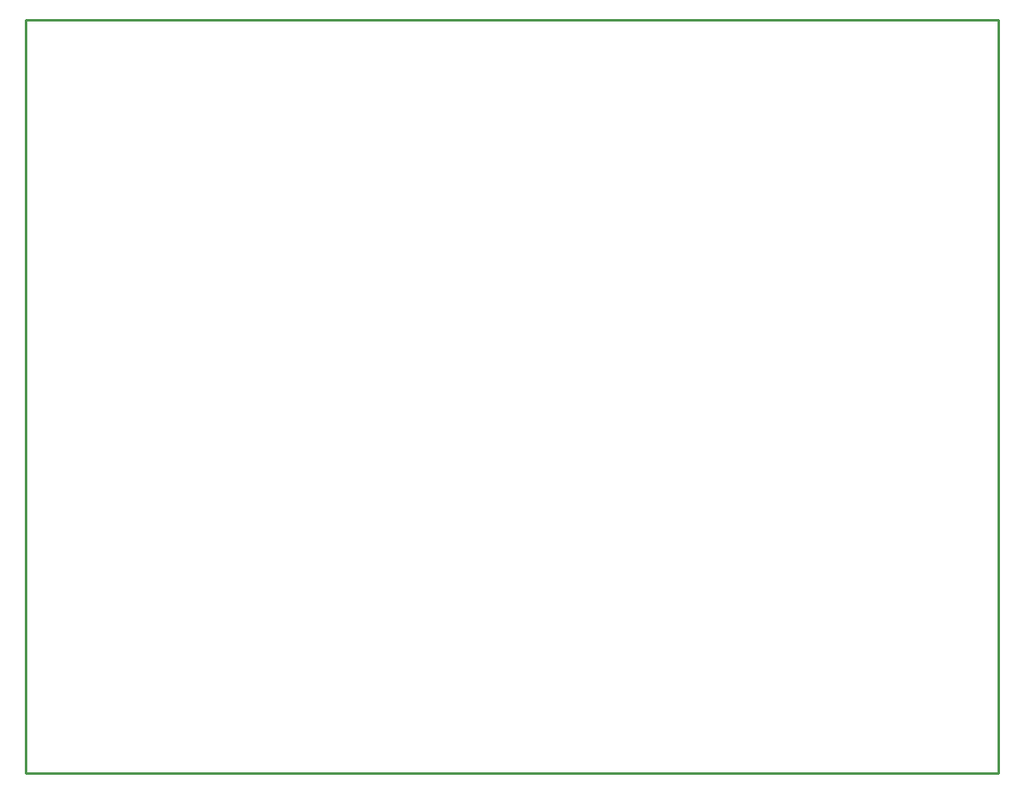
<source format=gko>
G04 EAGLE Gerber RS-274X export*
G75*
%MOMM*%
%FSLAX34Y34*%
%LPD*%
%INBoard Outline*%
%IPPOS*%
%AMOC8*
5,1,8,0,0,1.08239X$1,22.5*%
G01*
%ADD10C,0.000000*%
%ADD11C,0.254000*%


D10*
X0Y0D02*
X995000Y0D01*
X995000Y770000D01*
X0Y770000D01*
X0Y0D01*
D11*
X0Y0D02*
X995000Y0D01*
X995000Y770000D01*
X0Y770000D01*
X0Y0D01*
M02*

</source>
